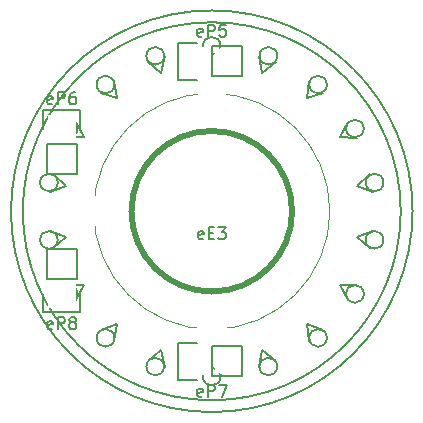
<source format=gto>
%TF.GenerationSoftware,KiCad,Pcbnew,4.1.0-alpha+201609021633+7109~49~ubuntu16.04.1-product*%
%TF.CreationDate,2016-09-14T14:31:16+05:30*%
%TF.ProjectId,OTS2_encA,4F5453325F656E63412E6B696361645F,rev?*%
%TF.FileFunction,Legend,Top*%
%FSLAX46Y46*%
G04 Gerber Fmt 4.6, Leading zero omitted, Abs format (unit mm)*
G04 Created by KiCad (PCBNEW 4.1.0-alpha+201609021633+7109~49~ubuntu16.04.1-product) date Wed Sep 14 14:31:16 2016*
%MOMM*%
%LPD*%
G01*
G04 APERTURE LIST*
%ADD10C,0.101600*%
%ADD11C,0.150000*%
%ADD12C,0.500000*%
%ADD13C,2.700000*%
%ADD14C,3.000000*%
%ADD15R,2.432000X2.432000*%
%ADD16O,2.432000X2.432000*%
G04 APERTURE END LIST*
D10*
X52545000Y-91440000D02*
G75*
G03X52545000Y-91440000I-10000000J0D01*
G01*
D11*
X42545000Y-103940000D02*
X41795000Y-105190000D01*
X43295000Y-105190000D02*
X42545000Y-103940000D01*
X43295000Y-105440000D02*
G75*
G03X43295000Y-105440000I-750000J0D01*
G01*
X58545000Y-91440000D02*
G75*
G03X58545000Y-91440000I-16000000J0D01*
G01*
X59545000Y-91440000D02*
G75*
G03X59545000Y-91440000I-17000000J0D01*
G01*
D12*
X49345000Y-91440000D02*
G75*
G03X49345000Y-91440000I-6800000J0D01*
G01*
D11*
X48083282Y-104595697D02*
G75*
G03X48083282Y-104595697I-750000J0D01*
G01*
X52294027Y-102164622D02*
G75*
G03X52294027Y-102164622I-750000J0D01*
G01*
X55419356Y-98440000D02*
G75*
G03X55419356Y-98440000I-750000J0D01*
G01*
X57082308Y-93871074D02*
G75*
G03X57082308Y-93871074I-749999J0D01*
G01*
X57082309Y-89008926D02*
G75*
G03X57082309Y-89008926I-750000J0D01*
G01*
X55419356Y-84440000D02*
G75*
G03X55419356Y-84440000I-750000J0D01*
G01*
X52294028Y-80715378D02*
G75*
G03X52294028Y-80715378I-750001J0D01*
G01*
X48083282Y-78284303D02*
G75*
G03X48083282Y-78284303I-750000J0D01*
G01*
X43295000Y-77440000D02*
G75*
G03X43295000Y-77440000I-750000J0D01*
G01*
X38506718Y-78284303D02*
G75*
G03X38506718Y-78284303I-750000J0D01*
G01*
X34295973Y-80715378D02*
G75*
G03X34295973Y-80715378I-750000J0D01*
G01*
X31170644Y-84440000D02*
G75*
G03X31170644Y-84440000I-750000J0D01*
G01*
X29507690Y-89008926D02*
G75*
G03X29507690Y-89008926I-749999J0D01*
G01*
X29507691Y-93871074D02*
G75*
G03X29507691Y-93871074I-750000J0D01*
G01*
X31170644Y-98440000D02*
G75*
G03X31170644Y-98440000I-750000J0D01*
G01*
X34295974Y-102164622D02*
G75*
G03X34295974Y-102164622I-750001J0D01*
G01*
X38506718Y-104595697D02*
G75*
G03X38506718Y-104595697I-750000J0D01*
G01*
X46820252Y-103186158D02*
X46543008Y-104617289D01*
X50579845Y-101015556D02*
X50808796Y-102455202D01*
X53370318Y-97690000D02*
X54077849Y-98964519D01*
X54855097Y-93610602D02*
X55955870Y-94566268D01*
X54855097Y-89269398D02*
X56216343Y-89790943D01*
X53370318Y-85190000D02*
X54827849Y-85214519D01*
X50579845Y-81864444D02*
X51957863Y-81388980D01*
X46820252Y-79693842D02*
X47952546Y-78775742D01*
X42545000Y-78940000D02*
X43295000Y-77690000D01*
X38269748Y-79693842D02*
X38546992Y-78262711D01*
X34510155Y-81864444D02*
X34281204Y-80424798D01*
X31719682Y-85190000D02*
X31012151Y-83915481D01*
X30234903Y-89269398D02*
X29134130Y-88313732D01*
X30234903Y-93610602D02*
X28873657Y-93089057D01*
X31719682Y-97690000D02*
X30262151Y-97665481D01*
X34510155Y-101015556D02*
X33132137Y-101491020D01*
X38269748Y-103186158D02*
X37137454Y-104104258D01*
X47952546Y-104104258D02*
X46820252Y-103186158D01*
X51957863Y-101491020D02*
X50579845Y-101015556D01*
X54827849Y-97665481D02*
X53370318Y-97690000D01*
X56216343Y-93089057D02*
X54855097Y-93610602D01*
X55955870Y-88313732D02*
X54855097Y-89269398D01*
X54077849Y-83915481D02*
X53370318Y-85190000D01*
X50808796Y-80424798D02*
X50579845Y-81864444D01*
X46543008Y-78262711D02*
X46820252Y-79693842D01*
X41795000Y-77690000D02*
X42545000Y-78940000D01*
X37137454Y-78775742D02*
X38269748Y-79693842D01*
X33132137Y-81388980D02*
X34510155Y-81864444D01*
X30262151Y-85214519D02*
X31719682Y-85190000D01*
X28873657Y-89790943D02*
X30234903Y-89269398D01*
X29134130Y-94566268D02*
X30234903Y-93610602D01*
X31012151Y-98964519D02*
X31719682Y-97690000D01*
X34281204Y-102455202D02*
X34510155Y-101015556D01*
X38546992Y-104617289D02*
X38269748Y-103186158D01*
X28575000Y-97155000D02*
X28575000Y-94615000D01*
X28295000Y-99975000D02*
X28295000Y-98425000D01*
X28575000Y-97155000D02*
X31115000Y-97155000D01*
X31395000Y-98425000D02*
X31395000Y-99975000D01*
X31395000Y-99975000D02*
X28295000Y-99975000D01*
X31115000Y-97155000D02*
X31115000Y-94615000D01*
X31115000Y-94615000D02*
X28575000Y-94615000D01*
X31115000Y-85725000D02*
X31115000Y-88265000D01*
X31395000Y-82905000D02*
X31395000Y-84455000D01*
X31115000Y-85725000D02*
X28575000Y-85725000D01*
X28295000Y-84455000D02*
X28295000Y-82905000D01*
X28295000Y-82905000D02*
X31395000Y-82905000D01*
X28575000Y-85725000D02*
X28575000Y-88265000D01*
X28575000Y-88265000D02*
X31115000Y-88265000D01*
X42545000Y-77470000D02*
X45085000Y-77470000D01*
X39725000Y-77190000D02*
X41275000Y-77190000D01*
X42545000Y-77470000D02*
X42545000Y-80010000D01*
X41275000Y-80290000D02*
X39725000Y-80290000D01*
X39725000Y-80290000D02*
X39725000Y-77190000D01*
X42545000Y-80010000D02*
X45085000Y-80010000D01*
X45085000Y-80010000D02*
X45085000Y-77470000D01*
X42545000Y-102870000D02*
X45085000Y-102870000D01*
X39725000Y-102590000D02*
X41275000Y-102590000D01*
X42545000Y-102870000D02*
X42545000Y-105410000D01*
X41275000Y-105690000D02*
X39725000Y-105690000D01*
X39725000Y-105690000D02*
X39725000Y-102590000D01*
X42545000Y-105410000D02*
X45085000Y-105410000D01*
X45085000Y-105410000D02*
X45085000Y-102870000D01*
X41806904Y-93749761D02*
X41711666Y-93797380D01*
X41521190Y-93797380D01*
X41425952Y-93749761D01*
X41378333Y-93654523D01*
X41378333Y-93273571D01*
X41425952Y-93178333D01*
X41521190Y-93130714D01*
X41711666Y-93130714D01*
X41806904Y-93178333D01*
X41854523Y-93273571D01*
X41854523Y-93368809D01*
X41378333Y-93464047D01*
X42283095Y-93273571D02*
X42616428Y-93273571D01*
X42759285Y-93797380D02*
X42283095Y-93797380D01*
X42283095Y-92797380D01*
X42759285Y-92797380D01*
X43092619Y-92797380D02*
X43711666Y-92797380D01*
X43378333Y-93178333D01*
X43521190Y-93178333D01*
X43616428Y-93225952D01*
X43664047Y-93273571D01*
X43711666Y-93368809D01*
X43711666Y-93606904D01*
X43664047Y-93702142D01*
X43616428Y-93749761D01*
X43521190Y-93797380D01*
X43235476Y-93797380D01*
X43140238Y-93749761D01*
X43092619Y-93702142D01*
X29059285Y-101369761D02*
X28964047Y-101417380D01*
X28773571Y-101417380D01*
X28678333Y-101369761D01*
X28630714Y-101274523D01*
X28630714Y-100893571D01*
X28678333Y-100798333D01*
X28773571Y-100750714D01*
X28964047Y-100750714D01*
X29059285Y-100798333D01*
X29106904Y-100893571D01*
X29106904Y-100988809D01*
X28630714Y-101084047D01*
X29535476Y-101417380D02*
X29535476Y-100417380D01*
X29916428Y-100417380D01*
X30011666Y-100465000D01*
X30059285Y-100512619D01*
X30106904Y-100607857D01*
X30106904Y-100750714D01*
X30059285Y-100845952D01*
X30011666Y-100893571D01*
X29916428Y-100941190D01*
X29535476Y-100941190D01*
X30678333Y-100845952D02*
X30583095Y-100798333D01*
X30535476Y-100750714D01*
X30487857Y-100655476D01*
X30487857Y-100607857D01*
X30535476Y-100512619D01*
X30583095Y-100465000D01*
X30678333Y-100417380D01*
X30868809Y-100417380D01*
X30964047Y-100465000D01*
X31011666Y-100512619D01*
X31059285Y-100607857D01*
X31059285Y-100655476D01*
X31011666Y-100750714D01*
X30964047Y-100798333D01*
X30868809Y-100845952D01*
X30678333Y-100845952D01*
X30583095Y-100893571D01*
X30535476Y-100941190D01*
X30487857Y-101036428D01*
X30487857Y-101226904D01*
X30535476Y-101322142D01*
X30583095Y-101369761D01*
X30678333Y-101417380D01*
X30868809Y-101417380D01*
X30964047Y-101369761D01*
X31011666Y-101322142D01*
X31059285Y-101226904D01*
X31059285Y-101036428D01*
X31011666Y-100941190D01*
X30964047Y-100893571D01*
X30868809Y-100845952D01*
X29059285Y-82319761D02*
X28964047Y-82367380D01*
X28773571Y-82367380D01*
X28678333Y-82319761D01*
X28630714Y-82224523D01*
X28630714Y-81843571D01*
X28678333Y-81748333D01*
X28773571Y-81700714D01*
X28964047Y-81700714D01*
X29059285Y-81748333D01*
X29106904Y-81843571D01*
X29106904Y-81938809D01*
X28630714Y-82034047D01*
X29535476Y-82367380D02*
X29535476Y-81367380D01*
X29916428Y-81367380D01*
X30011666Y-81415000D01*
X30059285Y-81462619D01*
X30106904Y-81557857D01*
X30106904Y-81700714D01*
X30059285Y-81795952D01*
X30011666Y-81843571D01*
X29916428Y-81891190D01*
X29535476Y-81891190D01*
X30964047Y-81367380D02*
X30773571Y-81367380D01*
X30678333Y-81415000D01*
X30630714Y-81462619D01*
X30535476Y-81605476D01*
X30487857Y-81795952D01*
X30487857Y-82176904D01*
X30535476Y-82272142D01*
X30583095Y-82319761D01*
X30678333Y-82367380D01*
X30868809Y-82367380D01*
X30964047Y-82319761D01*
X31011666Y-82272142D01*
X31059285Y-82176904D01*
X31059285Y-81938809D01*
X31011666Y-81843571D01*
X30964047Y-81795952D01*
X30868809Y-81748333D01*
X30678333Y-81748333D01*
X30583095Y-81795952D01*
X30535476Y-81843571D01*
X30487857Y-81938809D01*
X41759285Y-76604761D02*
X41664047Y-76652380D01*
X41473571Y-76652380D01*
X41378333Y-76604761D01*
X41330714Y-76509523D01*
X41330714Y-76128571D01*
X41378333Y-76033333D01*
X41473571Y-75985714D01*
X41664047Y-75985714D01*
X41759285Y-76033333D01*
X41806904Y-76128571D01*
X41806904Y-76223809D01*
X41330714Y-76319047D01*
X42235476Y-76652380D02*
X42235476Y-75652380D01*
X42616428Y-75652380D01*
X42711666Y-75700000D01*
X42759285Y-75747619D01*
X42806904Y-75842857D01*
X42806904Y-75985714D01*
X42759285Y-76080952D01*
X42711666Y-76128571D01*
X42616428Y-76176190D01*
X42235476Y-76176190D01*
X43711666Y-75652380D02*
X43235476Y-75652380D01*
X43187857Y-76128571D01*
X43235476Y-76080952D01*
X43330714Y-76033333D01*
X43568809Y-76033333D01*
X43664047Y-76080952D01*
X43711666Y-76128571D01*
X43759285Y-76223809D01*
X43759285Y-76461904D01*
X43711666Y-76557142D01*
X43664047Y-76604761D01*
X43568809Y-76652380D01*
X43330714Y-76652380D01*
X43235476Y-76604761D01*
X43187857Y-76557142D01*
X41759285Y-107084761D02*
X41664047Y-107132380D01*
X41473571Y-107132380D01*
X41378333Y-107084761D01*
X41330714Y-106989523D01*
X41330714Y-106608571D01*
X41378333Y-106513333D01*
X41473571Y-106465714D01*
X41664047Y-106465714D01*
X41759285Y-106513333D01*
X41806904Y-106608571D01*
X41806904Y-106703809D01*
X41330714Y-106799047D01*
X42235476Y-107132380D02*
X42235476Y-106132380D01*
X42616428Y-106132380D01*
X42711666Y-106180000D01*
X42759285Y-106227619D01*
X42806904Y-106322857D01*
X42806904Y-106465714D01*
X42759285Y-106560952D01*
X42711666Y-106608571D01*
X42616428Y-106656190D01*
X42235476Y-106656190D01*
X43140238Y-106132380D02*
X43806904Y-106132380D01*
X43378333Y-107132380D01*
%LPC*%
D13*
X44115000Y-91440000D03*
D14*
X42545000Y-86940000D03*
D13*
X42545000Y-82180000D03*
D14*
X42545000Y-95940000D03*
D13*
X42545000Y-100700000D03*
X33285000Y-91440000D03*
D15*
X29845000Y-98425000D03*
D16*
X29845000Y-95885000D03*
D15*
X29845000Y-84455000D03*
D16*
X29845000Y-86995000D03*
D15*
X41275000Y-78740000D03*
D16*
X43815000Y-78740000D03*
D15*
X41275000Y-104140000D03*
D16*
X43815000Y-104140000D03*
M02*

</source>
